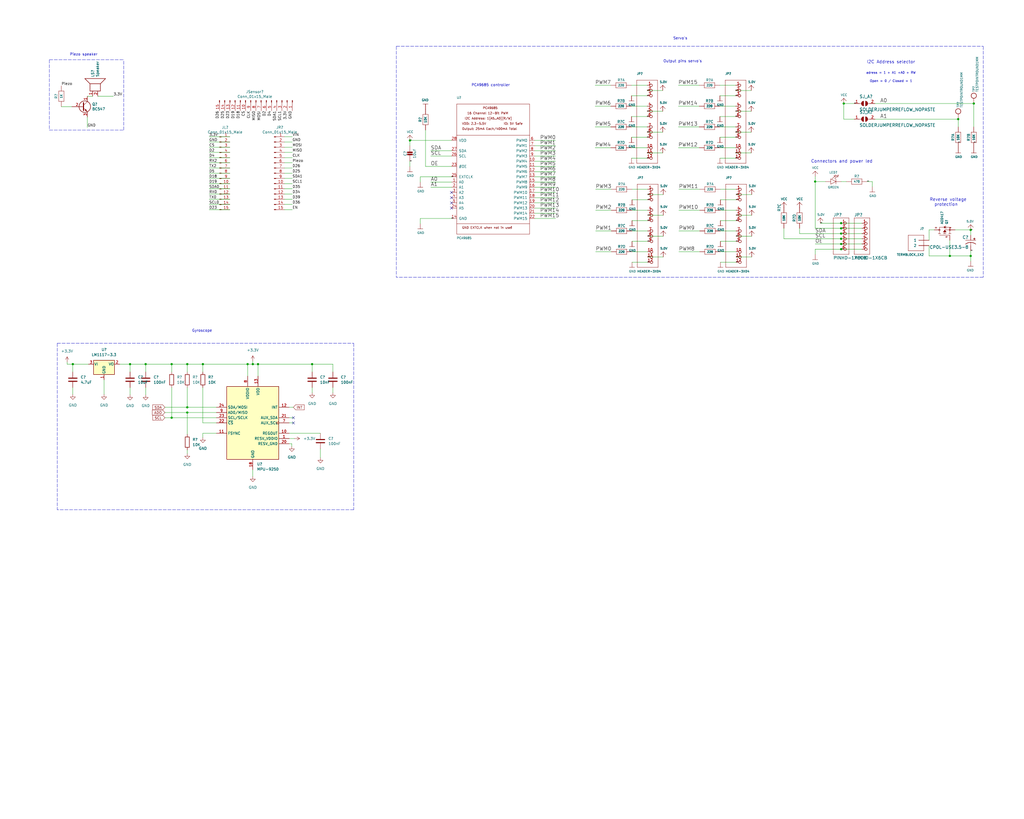
<source format=kicad_sch>
(kicad_sch (version 20211123) (generator eeschema)
  (paper "User" 499.999 399.999)
  (title_block (title "Robonova Upgraded Controller Board") (date "2022-08-11") (rev "V1.0") (comment 1 "Casper R. Tak"))
  (junction (at 71.12 177.8))
  (junction (at 410.718 111.506))
  (junction (at 63.5 177.8))
  (junction (at 411.988 50.546))
  (junction (at 410.718 114.046))
  (junction (at 410.718 108.966))
  (junction (at 463.804 124.968))
  (junction (at 83.82 177.8))
  (junction (at 35.56 177.8))
  (junction (at 475.488 50.546))
  (junction (at 467.868 58.166))
  (junction (at 120.904 177.8))
  (junction (at 200.152 68.58))
  (junction (at 99.06 177.8))
  (junction (at 91.44 201.422))
  (junction (at 410.718 119.126))
  (junction (at 410.718 121.666))
  (junction (at 123.444 177.8))
  (junction (at 398.018 88.646))
  (junction (at 473.964 112.268))
  (junction (at 83.82 203.962))
  (junction (at 152.4 177.8))
  (junction (at 473.964 124.968))
  (junction (at 91.44 198.882))
  (junction (at 410.718 116.586))
  (junction (at 125.984 177.8))
  (junction (at 91.44 177.8))
  (no_connect (at 220.472 99.06))
  (no_connect (at 143.256 203.962))
  (no_connect (at 143.256 206.502))
  (no_connect (at 220.472 101.6))
  (no_connect (at 220.472 96.52))
  (no_connect (at 220.472 93.98))
  (wire (pts (xy 220.472 88.9) (xy 210.312 88.9)))
  (wire (pts (xy 71.12 177.8) (xy 63.5 177.8)))
  (wire (pts (xy 261.112 86.36) (xy 271.272 86.36)))
  (wire (pts (xy 473.964 124.968) (xy 463.804 124.968)))
  (wire (pts (xy 298.45 102.616) (xy 290.83 102.616)))
  (wire (pts (xy 261.112 99.06) (xy 271.272 99.06)))
  (wire (pts (xy 120.904 183.642) (xy 120.904 177.8)))
  (wire (pts (xy 42.672 57.15) (xy 42.672 62.23)))
  (wire (pts (xy 138.938 82.042) (xy 142.748 82.042)))
  (wire (pts (xy 341.376 61.976) (xy 331.216 61.976)))
  (polyline (pts (xy 60.452 63.5) (xy 60.452 29.21)))
  (wire (pts (xy 152.4 177.8) (xy 152.4 181.61)))
  (wire (pts (xy 200.152 68.58) (xy 220.472 68.58)))
  (wire (pts (xy 120.904 177.8) (xy 123.444 177.8)))
  (wire (pts (xy 466.344 112.268) (xy 473.964 112.268)))
  (wire (pts (xy 410.718 119.126) (xy 398.018 119.126)))
  (wire (pts (xy 138.938 84.582) (xy 142.748 84.582)))
  (wire (pts (xy 102.108 102.362) (xy 112.268 102.362)))
  (wire (pts (xy 341.376 72.136) (xy 331.216 72.136)))
  (wire (pts (xy 220.472 81.28) (xy 207.772 81.28)))
  (wire (pts (xy 359.41 97.536) (xy 351.79 97.536)))
  (wire (pts (xy 261.112 71.12) (xy 271.272 71.12)))
  (wire (pts (xy 341.63 112.776) (xy 331.47 112.776)))
  (wire (pts (xy 35.56 189.23) (xy 35.56 192.532)))
  (wire (pts (xy 351.79 112.776) (xy 359.41 112.776)))
  (wire (pts (xy 91.44 201.422) (xy 91.44 212.09)))
  (wire (pts (xy 102.108 84.582) (xy 112.268 84.582)))
  (wire (pts (xy 359.41 125.476) (xy 367.03 125.476)))
  (wire (pts (xy 456.184 112.268) (xy 453.644 112.268)))
  (wire (pts (xy 35.56 181.61) (xy 35.56 177.8)))
  (wire (pts (xy 102.108 76.962) (xy 112.268 76.962)))
  (wire (pts (xy 50.8 185.42) (xy 50.8 192.532)))
  (wire (pts (xy 473.964 124.968) (xy 473.964 127.508)))
  (wire (pts (xy 29.972 52.07) (xy 35.052 52.07)))
  (wire (pts (xy 308.61 112.776) (xy 316.23 112.776)))
  (polyline (pts (xy 480.06 22.606) (xy 480.06 135.382)))
  (wire (pts (xy 138.938 87.122) (xy 142.748 87.122)))
  (polyline (pts (xy 24.13 29.21) (xy 24.13 63.5)))
  (wire (pts (xy 398.018 121.666) (xy 398.018 124.206)))
  (wire (pts (xy 141.224 198.882) (xy 143.256 198.882)))
  (wire (pts (xy 102.108 66.802) (xy 112.268 66.802)))
  (wire (pts (xy 71.12 181.61) (xy 71.12 177.8)))
  (wire (pts (xy 420.878 116.586) (xy 410.718 116.586)))
  (polyline (pts (xy 480.06 135.382) (xy 193.548 135.382)))
  (wire (pts (xy 125.984 177.8) (xy 125.984 183.642)))
  (wire (pts (xy 80.518 198.882) (xy 91.44 198.882)))
  (wire (pts (xy 359.41 128.016) (xy 351.79 128.016)))
  (wire (pts (xy 420.878 121.666) (xy 410.718 121.666)))
  (wire (pts (xy 411.988 58.166) (xy 411.988 50.546)))
  (wire (pts (xy 410.718 116.586) (xy 382.778 116.586)))
  (wire (pts (xy 261.112 76.2) (xy 271.272 76.2)))
  (wire (pts (xy 123.444 176.276) (xy 123.444 177.8)))
  (wire (pts (xy 453.644 112.268) (xy 453.644 117.348)))
  (wire (pts (xy 99.06 189.23) (xy 99.06 206.502)))
  (wire (pts (xy 351.536 41.656) (xy 359.156 41.656)))
  (wire (pts (xy 341.63 102.616) (xy 331.47 102.616)))
  (wire (pts (xy 261.112 93.98) (xy 271.272 93.98)))
  (polyline (pts (xy 172.72 248.92) (xy 27.94 248.92)))
  (wire (pts (xy 351.536 51.816) (xy 359.156 51.816)))
  (wire (pts (xy 138.938 76.962) (xy 142.748 76.962)))
  (polyline (pts (xy 172.72 167.64) (xy 172.72 248.92)))
  (wire (pts (xy 398.018 88.646) (xy 398.018 86.106)))
  (wire (pts (xy 341.376 41.656) (xy 331.216 41.656)))
  (wire (pts (xy 102.108 69.342) (xy 112.268 69.342)))
  (wire (pts (xy 467.868 58.166) (xy 467.868 61.976)))
  (wire (pts (xy 99.06 181.61) (xy 99.06 177.8)))
  (wire (pts (xy 298.196 72.136) (xy 290.576 72.136)))
  (wire (pts (xy 463.804 124.968) (xy 453.644 124.968)))
  (wire (pts (xy 138.938 71.882) (xy 142.748 71.882)))
  (wire (pts (xy 351.79 102.616) (xy 359.41 102.616)))
  (wire (pts (xy 417.068 50.546) (xy 411.988 50.546)))
  (wire (pts (xy 298.196 61.976) (xy 290.576 61.976)))
  (wire (pts (xy 35.56 177.8) (xy 43.18 177.8)))
  (wire (pts (xy 382.778 116.586) (xy 382.778 111.506)))
  (polyline (pts (xy 24.13 63.5) (xy 60.452 63.5)))
  (wire (pts (xy 308.356 51.816) (xy 315.976 51.816)))
  (wire (pts (xy 102.108 71.882) (xy 112.268 71.882)))
  (wire (pts (xy 410.718 88.646) (xy 413.258 88.646)))
  (wire (pts (xy 91.44 198.882) (xy 105.664 198.882)))
  (wire (pts (xy 71.12 189.23) (xy 71.12 192.786)))
  (wire (pts (xy 298.45 122.936) (xy 290.83 122.936)))
  (wire (pts (xy 410.718 114.046) (xy 390.398 114.046)))
  (wire (pts (xy 99.06 206.502) (xy 105.664 206.502)))
  (wire (pts (xy 425.958 88.646) (xy 425.958 91.186)))
  (wire (pts (xy 200.152 68.58) (xy 200.152 71.12)))
  (wire (pts (xy 398.018 111.506) (xy 398.018 88.646)))
  (wire (pts (xy 316.23 97.536) (xy 308.61 97.536)))
  (wire (pts (xy 359.156 64.516) (xy 366.776 64.516)))
  (wire (pts (xy 102.108 74.422) (xy 112.268 74.422)))
  (wire (pts (xy 359.156 46.736) (xy 351.536 46.736)))
  (wire (pts (xy 102.108 87.122) (xy 112.268 87.122)))
  (wire (pts (xy 261.112 101.6) (xy 271.272 101.6)))
  (wire (pts (xy 351.536 61.976) (xy 359.156 61.976)))
  (wire (pts (xy 63.5 189.23) (xy 63.5 192.786)))
  (wire (pts (xy 298.196 41.656) (xy 290.576 41.656)))
  (wire (pts (xy 138.938 92.202) (xy 142.748 92.202)))
  (wire (pts (xy 91.44 181.61) (xy 91.44 177.8)))
  (wire (pts (xy 63.5 177.8) (xy 58.42 177.8)))
  (wire (pts (xy 341.376 51.816) (xy 331.216 51.816)))
  (polyline (pts (xy 24.13 29.21) (xy 60.452 29.21)))
  (wire (pts (xy 427.228 50.546) (xy 475.488 50.546)))
  (wire (pts (xy 359.156 67.056) (xy 351.536 67.056)))
  (wire (pts (xy 420.878 111.506) (xy 410.718 111.506)))
  (wire (pts (xy 420.878 114.046) (xy 410.718 114.046)))
  (wire (pts (xy 141.224 214.122) (xy 143.764 214.122)))
  (wire (pts (xy 475.488 50.546) (xy 475.488 61.976)))
  (wire (pts (xy 427.228 58.166) (xy 467.868 58.166)))
  (wire (pts (xy 138.938 79.502) (xy 142.748 79.502)))
  (wire (pts (xy 220.472 73.66) (xy 210.312 73.66)))
  (wire (pts (xy 91.44 189.23) (xy 91.44 198.882)))
  (wire (pts (xy 298.45 92.456) (xy 290.83 92.456)))
  (wire (pts (xy 308.61 92.456) (xy 316.23 92.456)))
  (wire (pts (xy 83.82 203.962) (xy 80.518 203.962)))
  (polyline (pts (xy 193.548 22.606) (xy 480.06 22.606)))
  (wire (pts (xy 261.112 88.9) (xy 271.272 88.9)))
  (wire (pts (xy 359.41 107.696) (xy 351.79 107.696)))
  (wire (pts (xy 261.112 68.58) (xy 271.272 68.58)))
  (wire (pts (xy 261.112 78.74) (xy 271.272 78.74)))
  (wire (pts (xy 83.82 203.962) (xy 83.82 189.23)))
  (wire (pts (xy 390.398 114.046) (xy 390.398 111.506)))
  (wire (pts (xy 220.472 76.2) (xy 210.312 76.2)))
  (wire (pts (xy 359.41 115.316) (xy 367.03 115.316)))
  (wire (pts (xy 83.82 177.8) (xy 71.12 177.8)))
  (wire (pts (xy 400.558 108.966) (xy 410.718 108.966)))
  (wire (pts (xy 315.976 67.056) (xy 308.356 67.056)))
  (wire (pts (xy 102.108 82.042) (xy 112.268 82.042)))
  (wire (pts (xy 308.61 122.936) (xy 316.23 122.936)))
  (wire (pts (xy 316.23 125.476) (xy 323.85 125.476)))
  (wire (pts (xy 138.938 97.282) (xy 142.748 97.282)))
  (wire (pts (xy 91.44 177.8) (xy 83.82 177.8)))
  (wire (pts (xy 315.976 56.896) (xy 308.356 56.896)))
  (wire (pts (xy 162.56 177.8) (xy 162.56 181.61)))
  (wire (pts (xy 261.112 106.68) (xy 271.272 106.68)))
  (wire (pts (xy 341.63 92.456) (xy 331.47 92.456)))
  (wire (pts (xy 32.766 176.784) (xy 32.766 177.8)))
  (wire (pts (xy 359.156 77.216) (xy 351.536 77.216)))
  (wire (pts (xy 290.576 51.816) (xy 298.196 51.816)))
  (wire (pts (xy 315.976 64.516) (xy 323.596 64.516)))
  (wire (pts (xy 261.112 81.28) (xy 271.272 81.28)))
  (wire (pts (xy 341.63 122.936) (xy 331.47 122.936)))
  (wire (pts (xy 99.06 211.582) (xy 99.06 213.614)))
  (wire (pts (xy 410.718 111.506) (xy 398.018 111.506)))
  (wire (pts (xy 220.472 91.44) (xy 210.312 91.44)))
  (wire (pts (xy 141.224 206.502) (xy 143.256 206.502)))
  (wire (pts (xy 105.664 203.962) (xy 83.82 203.962)))
  (wire (pts (xy 102.108 94.742) (xy 112.268 94.742)))
  (wire (pts (xy 308.356 41.656) (xy 315.976 41.656)))
  (wire (pts (xy 138.938 102.362) (xy 142.748 102.362)))
  (wire (pts (xy 261.112 83.82) (xy 271.272 83.82)))
  (wire (pts (xy 359.156 56.896) (xy 351.536 56.896)))
  (wire (pts (xy 261.112 96.52) (xy 271.272 96.52)))
  (wire (pts (xy 473.964 112.268) (xy 473.964 114.808)))
  (wire (pts (xy 138.938 99.822) (xy 142.748 99.822)))
  (wire (pts (xy 351.79 122.936) (xy 359.41 122.936)))
  (wire (pts (xy 359.41 105.156) (xy 367.03 105.156)))
  (wire (pts (xy 315.976 46.736) (xy 308.356 46.736)))
  (wire (pts (xy 138.938 66.802) (xy 142.748 66.802)))
  (wire (pts (xy 316.23 105.156) (xy 323.85 105.156)))
  (wire (pts (xy 359.156 74.676) (xy 366.776 74.676)))
  (wire (pts (xy 359.41 94.996) (xy 367.03 94.996)))
  (wire (pts (xy 220.472 106.68) (xy 205.232 106.68)))
  (wire (pts (xy 261.112 104.14) (xy 271.272 104.14)))
  (wire (pts (xy 99.06 177.8) (xy 91.44 177.8)))
  (wire (pts (xy 398.018 88.646) (xy 403.098 88.646)))
  (wire (pts (xy 359.156 54.356) (xy 366.776 54.356)))
  (wire (pts (xy 102.108 92.202) (xy 112.268 92.202)))
  (wire (pts (xy 351.79 92.456) (xy 359.41 92.456)))
  (wire (pts (xy 80.518 201.422) (xy 91.44 201.422)))
  (wire (pts (xy 359.41 117.856) (xy 351.79 117.856)))
  (wire (pts (xy 138.938 69.342) (xy 142.748 69.342)))
  (wire (pts (xy 410.718 121.666) (xy 398.018 121.666)))
  (wire (pts (xy 220.472 86.36) (xy 205.232 86.36)))
  (wire (pts (xy 315.976 77.216) (xy 308.356 77.216)))
  (wire (pts (xy 91.44 219.71) (xy 91.44 221.488)))
  (wire (pts (xy 308.61 102.616) (xy 316.23 102.616)))
  (wire (pts (xy 152.4 189.23) (xy 152.4 191.77)))
  (wire (pts (xy 138.938 94.742) (xy 142.748 94.742)))
  (wire (pts (xy 47.752 46.99) (xy 55.372 46.99)))
  (wire (pts (xy 410.718 108.966) (xy 420.878 108.966)))
  (polyline (pts (xy 193.548 22.606) (xy 193.548 135.382)))
  (wire (pts (xy 351.536 72.136) (xy 359.156 72.136)))
  (wire (pts (xy 83.82 181.61) (xy 83.82 177.8)))
  (wire (pts (xy 359.156 44.196) (xy 366.776 44.196)))
  (wire (pts (xy 315.976 74.676) (xy 323.596 74.676)))
  (wire (pts (xy 91.44 201.422) (xy 105.664 201.422)))
  (wire (pts (xy 417.068 58.166) (xy 411.988 58.166)))
  (wire (pts (xy 123.444 177.8) (xy 125.984 177.8)))
  (wire (pts (xy 156.464 219.202) (xy 156.464 223.52)))
  (polyline (pts (xy 27.94 167.64) (xy 172.72 167.64)))
  (wire (pts (xy 463.804 117.348) (xy 463.804 124.968)))
  (wire (pts (xy 142.494 216.662) (xy 142.494 217.932)))
  (wire (pts (xy 298.45 112.776) (xy 290.83 112.776)))
  (wire (pts (xy 261.112 73.66) (xy 271.272 73.66)))
  (wire (pts (xy 102.108 79.502) (xy 112.268 79.502)))
  (wire (pts (xy 316.23 94.996) (xy 323.85 94.996)))
  (wire (pts (xy 141.224 216.662) (xy 142.494 216.662)))
  (wire (pts (xy 102.108 97.282) (xy 112.268 97.282)))
  (wire (pts (xy 205.232 86.36) (xy 205.232 88.9)))
  (wire (pts (xy 152.4 177.8) (xy 162.56 177.8)))
  (wire (pts (xy 123.444 229.362) (xy 123.444 232.664)))
  (wire (pts (xy 141.224 211.582) (xy 156.464 211.582)))
  (wire (pts (xy 316.23 128.016) (xy 308.61 128.016)))
  (wire (pts (xy 308.356 61.976) (xy 315.976 61.976)))
  (wire (pts (xy 200.152 78.74) (xy 200.152 81.28)))
  (wire (pts (xy 316.23 117.856) (xy 308.61 117.856)))
  (wire (pts (xy 473.964 122.428) (xy 473.964 124.968)))
  (wire (pts (xy 32.766 177.8) (xy 35.56 177.8)))
  (wire (pts (xy 99.06 211.582) (xy 105.664 211.582)))
  (wire (pts (xy 45.212 46.99) (xy 42.672 46.99)))
  (wire (pts (xy 207.772 81.28) (xy 207.772 63.5)))
  (wire (pts (xy 125.984 177.8) (xy 152.4 177.8)))
  (wire (pts (xy 99.06 177.8) (xy 120.904 177.8)))
  (wire (pts (xy 102.108 89.662) (xy 112.268 89.662)))
  (wire (pts (xy 308.356 72.136) (xy 315.976 72.136)))
  (wire (pts (xy 316.23 115.316) (xy 323.85 115.316)))
  (wire (pts (xy 141.224 203.962) (xy 143.256 203.962)))
  (wire (pts (xy 102.108 99.822) (xy 112.268 99.822)))
  (wire (pts (xy 205.232 106.68) (xy 205.232 109.22)))
  (wire (pts (xy 261.112 91.44) (xy 271.272 91.44)))
  (wire (pts (xy 138.938 89.662) (xy 142.748 89.662)))
  (wire (pts (xy 315.976 54.356) (xy 323.596 54.356)))
  (wire (pts (xy 162.56 189.23) (xy 162.56 191.77)))
  (wire (pts (xy 420.878 119.126) (xy 410.718 119.126)))
  (wire (pts (xy 138.938 74.422) (xy 142.748 74.422)))
  (wire (pts (xy 315.976 44.196) (xy 323.596 44.196)))
  (polyline (pts (xy 27.94 167.64) (xy 27.94 248.92)))
  (wire (pts (xy 423.418 88.646) (xy 425.958 88.646)))
  (wire (pts (xy 63.5 181.61) (xy 63.5 177.8)))
  (wire (pts (xy 453.644 124.968) (xy 453.644 119.888)))
  (wire (pts (xy 316.23 107.696) (xy 308.61 107.696)))
  (text "Open = 0 / Closed = 1" (at 424.688 40.386 0) (effects (font (size 1.1 1.1)) (justify left bottom)))
  (text "Connectors and power led" (at 395.986 79.756 0) (effects (font (size 1.4986 1.4986)) (justify left bottom)))
  (text "Gyroscope\n" (at 93.726 162.306 0) (effects (font (size 1.27 1.27)) (justify left bottom)))
  (text "PCA9685 controller\n" (at 230.124 42.418 0) (effects (font (size 1.27 1.27)) (justify left bottom)))
  (text "Output pins servo's" (at 323.85 30.734 0) (effects (font (size 1.27 1.27)) (justify left bottom)))
  (text "I2C Address selector" (at 423.164 31.242 0) (effects (font (size 1.4986 1.4986)) (justify left bottom)))
  (text "Piezo speaker" (at 34.036 27.432 0) (effects (font (size 1.27 1.27)) (justify left bottom)))
  (text "Servo's" (at 328.676 19.558 0) (effects (font (size 1.27 1.27)) (justify left bottom)))
  (text "adress = 1 + A1 +A0 + RW" (at 422.91 36.322 0) (effects (font (size 1.1 1.1)) (justify left bottom)))
  (text "Reverse voltage\n  protection" (at 453.898 100.838 0) (effects (font (size 1.4986 1.4986)) (justify left bottom)))
  (label "GND" (at 473.964 122.428 0) (effects (font (size 0.254 0.254))))
  (label "5.0V" (at 359.156 54.356 0) (effects (font (size 0.254 0.254))))
  (label "5.0V" (at 316.23 125.476 0) (effects (font (size 0.254 0.254))))
  (label "D4" (at 132.588 54.102 270))
  (label "PWM7" (at 263.652 86.36 0) (effects (font (size 1.778 1.778))))
  (label "PWM5" (at 263.652 81.28 0) (effects (font (size 1.778 1.778))))
  (label "3.3V" (at 55.372 46.99 0))
  (label "5.0V" (at 359.156 74.676 0) (effects (font (size 0.254 0.254))))
  (label "D25" (at 142.748 84.582 0))
  (label "RX0" (at 102.108 94.742 0))
  (label "TX2" (at 102.108 82.042 0))
  (label "5.0V" (at 359.41 115.316 0) (effects (font (size 0.254 0.254))))
  (label "CLK" (at 142.748 76.962 0))
  (label "PWM9" (at 331.47 112.776 0) (effects (font (size 1.778 1.778))))
  (label "VCC" (at 417.068 50.546 0) (effects (font (size 0.254 0.254))))
  (label "5.0V" (at 359.156 44.196 0) (effects (font (size 0.254 0.254))))
  (label "GND" (at 315.976 56.896 0) (effects (font (size 0.254 0.254))))
  (label "SCL0" (at 102.108 99.822 0))
  (label "Piezo" (at 29.972 41.91 0))
  (label "5.0V" (at 359.41 94.996 0) (effects (font (size 0.254 0.254))))
  (label "GND" (at 316.23 97.536 0) (effects (font (size 0.254 0.254))))
  (label "3.3V" (at 140.208 54.102 270))
  (label "3.3V" (at 102.108 66.802 0))
  (label "GND" (at 475.488 69.596 0) (effects (font (size 0.254 0.254))))
  (label "SCL1" (at 137.668 54.102 270))
  (label "5.0V" (at 315.976 74.676 0) (effects (font (size 0.254 0.254))))
  (label "PWM0" (at 263.652 68.58 0) (effects (font (size 1.778 1.778))))
  (label "PWM2" (at 290.83 102.616 0) (effects (font (size 1.778 1.778))))
  (label "GND" (at 316.23 128.016 0) (effects (font (size 0.254 0.254))))
  (label "D4" (at 102.108 76.962 0))
  (label "PWM8" (at 263.652 88.9 0) (effects (font (size 1.778 1.778))))
  (label "OE" (at 398.018 119.126 0) (effects (font (size 1.778 1.778))))
  (label "GND" (at 220.472 86.36 0) (effects (font (size 0.254 0.254))))
  (label "GND" (at 359.41 97.536 0) (effects (font (size 0.254 0.254))))
  (label "D23" (at 112.268 54.102 270))
  (label "GND" (at 359.41 128.016 0) (effects (font (size 0.254 0.254))))
  (label "PWM1" (at 263.652 71.12 0) (effects (font (size 1.778 1.778))))
  (label "5.0V" (at 400.558 108.966 0) (effects (font (size 0.254 0.254))))
  (label "D18" (at 117.348 54.102 270))
  (label "MOSI" (at 142.748 71.882 0))
  (label "GND" (at 359.41 117.856 0) (effects (font (size 0.254 0.254))))
  (label "A1" (at 210.312 91.44 0) (effects (font (size 1.778 1.778))))
  (label "PWM14" (at 263.652 104.14 0) (effects (font (size 1.778 1.778))))
  (label "SDA0" (at 102.108 92.202 0))
  (label "SCL" (at 398.018 116.586 0) (effects (font (size 1.778 1.778))))
  (label "D23" (at 102.108 102.362 0))
  (label "SDA" (at 210.312 73.66 0) (effects (font (size 1.778 1.778))))
  (label "PWM15" (at 331.216 41.656 0) (effects (font (size 1.778 1.778))))
  (label "D19" (at 102.108 89.662 0))
  (label "5.0V" (at 316.23 115.316 0) (effects (font (size 0.254 0.254))))
  (label "GND" (at 316.23 107.696 0) (effects (font (size 0.254 0.254))))
  (label "PWM15" (at 263.652 106.68 0) (effects (font (size 1.778 1.778))))
  (label "D2" (at 102.108 74.422 0))
  (label "CS" (at 119.888 54.102 270))
  (label "MISO" (at 124.968 54.102 270))
  (label "D18" (at 102.108 87.122 0))
  (label "PWM0" (at 290.83 122.936 0) (effects (font (size 1.778 1.778))))
  (label "D26" (at 107.188 54.102 270))
  (label "GND" (at 359.156 77.216 0) (effects (font (size 0.254 0.254))))
  (label "Piezo" (at 142.748 79.502 0))
  (label "PWM4" (at 290.576 72.136 0) (effects (font (size 1.778 1.778))))
  (label "PWM11" (at 331.47 92.456 0) (effects (font (size 1.778 1.778))))
  (label "A1" (at 429.768 58.166 0) (effects (font (size 1.778 1.778))))
  (label "5.0V" (at 316.23 105.156 0) (effects (font (size 0.254 0.254))))
  (label "PWM6" (at 290.576 51.816 0) (effects (font (size 1.778 1.778))))
  (label "D5" (at 102.108 84.582 0))
  (label "D19" (at 114.808 54.102 270))
  (label "GND" (at 142.748 54.102 270))
  (label "D26" (at 142.748 82.042 0))
  (label "SCL" (at 210.312 76.2 0) (effects (font (size 1.778 1.778))))
  (label "PWM10" (at 331.47 102.616 0) (effects (font (size 1.778 1.778))))
  (label "D36" (at 142.748 99.822 0))
  (label "VCC" (at 200.152 68.58 0) (effects (font (size 0.254 0.254))))
  (label "PWM11" (at 263.652 96.52 0) (effects (font (size 1.778 1.778))))
  (label "VIN" (at 142.748 66.802 0))
  (label "PWM13" (at 331.216 61.976 0) (effects (font (size 1.778 1.778))))
  (label "GND" (at 423.418 88.646 0) (effects (font (size 0.254 0.254))))
  (label "D25" (at 109.728 54.102 270))
  (label "RX2" (at 102.108 79.502 0))
  (label "GND" (at 359.156 56.896 0) (effects (font (size 0.254 0.254))))
  (label "EN" (at 142.748 102.362 0))
  (label "A0" (at 429.768 50.546 0) (effects (font (size 1.778 1.778))))
  (label "D34" (at 142.748 94.742 0))
  (label "PWM6" (at 263.652 83.82 0) (effects (font (size 1.778 1.778))))
  (label "GND" (at 410.718 121.666 0) (effects (font (size 0.254 0.254))))
  (label "PWM9" (at 263.652 91.44 0) (effects (font (size 1.778 1.778))))
  (label "GND" (at 359.156 67.056 0) (effects (font (size 0.254 0.254))))
  (label "PWM4" (at 263.652 78.74 0) (effects (font (size 1.778 1.778))))
  (label "GND" (at 359.156 46.736 0) (effects (font (size 0.254 0.254))))
  (label "SDA1" (at 142.748 87.122 0))
  (label "SCL1" (at 142.748 89.662 0))
  (label "PWM5" (at 290.576 61.976 0) (effects (font (size 1.778 1.778))))
  (label "PWM14" (at 331.216 51.816 0) (effects (font (size 1.778 1.778))))
  (label "5.0V" (at 316.23 94.996 0) (effects (font (size 0.254 0.254))))
  (label "VCC" (at 410.718 111.506 0) (effects (font (size 0.254 0.254))))
  (label "5.0V" (at 359.41 105.156 0) (effects (font (size 0.254 0.254))))
  (label "PWM7" (at 290.576 41.656 0) (effects (font (size 1.778 1.778))))
  (label "PWM2" (at 263.652 73.66 0) (effects (font (size 1.778 1.778))))
  (label "TX0" (at 102.108 97.282 0))
  (label "5.0V" (at 359.41 125.476 0) (effects (font (size 0.254 0.254))))
  (label "PWM12" (at 331.216 72.136 0) (effects (font (size 1.778 1.778))))
  (label "GND" (at 102.108 69.342 0))
  (label "GND" (at 42.672 62.23 0))
  (label "CS" (at 102.108 71.882 0))
  (label "CLK" (at 122.428 54.102 270))
  (label "PWM1" (at 290.83 112.776 0) (effects (font (size 1.778 1.778))))
  (label "MISO" (at 142.748 74.422 0))
  (label "GND" (at 316.23 117.856 0) (effects (font (size 0.254 0.254))))
  (label "5.0V" (at 473.964 112.268 0) (effects (font (size 0.254 0.254))))
  (label "GND" (at 315.976 77.216 0) (effects (font (size 0.254 0.254))))
  (label "SDA1" (at 135.128 54.102 270))
  (label "GND" (at 200.152 78.74 0) (effects (font (size 0.254 0.254))))
  (label "PWM8" (at 331.47 122.936 0) (effects (font (size 1.778 1.778))))
  (label "GND" (at 315.976 67.056 0) (effects (font (size 0.254 0.254))))
  (label "5.0V" (at 315.976 54.356 0) (effects (font (size 0.254 0.254))))
  (label "GND" (at 359.41 107.696 0) (effects (font (size 0.254 0.254))))
  (label "OE" (at 210.312 81.28 0) (effects (font (size 1.778 1.778))))
  (label "A0" (at 210.312 88.9 0) (effects (font (size 1.778 1.778))))
  (label "D2" (at 130.048 54.102 270))
  (label "GND" (at 220.472 106.68 0) (effects (font (size 0.254 0.254))))
  (label "GND" (at 467.868 69.596 0) (effects (font (size 0.254 0.254))))
  (label "GND" (at 142.748 69.342 0))
  (label "D39" (at 142.748 97.282 0))
  (label "MOSI" (at 127.508 54.102 270))
  (label "GND" (at 315.976 46.736 0) (effects (font (size 0.254 0.254))))
  (label "5.0V" (at 315.976 44.196 0) (effects (font (size 0.254 0.254))))
  (label "D35" (at 142.748 92.202 0))
  (label "PWM13" (at 263.652 101.6 0) (effects (font (size 1.778 1.778))))
  (label "PWM3" (at 290.83 92.456 0) (effects (font (size 1.778 1.778))))
  (label "5.0V" (at 359.156 64.516 0) (effects (font (size 0.254 0.254))))
  (label "PWM12" (at 263.652 99.06 0) (effects (font (size 1.778 1.778))))
  (label "PWM3" (at 263.652 76.2 0) (effects (font (size 1.778 1.778))))
  (label "SDA" (at 398.018 114.046 0) (effects (font (size 1.778 1.778))))
  (label "5.0V" (at 315.976 64.516 0) (effects (font (size 0.254 0.254))))
  (label "PWM10" (at 263.652 93.98 0) (effects (font (size 1.778 1.778))))
  (global_label "INT" (shape input) (at 143.256 198.882 0) (property "Intersheet References" "${INTERSHEET_REFS}" (effects hide)))
  (global_label "SDA" (shape input) (at 80.518 198.882 180) (property "Intersheet References" "${INTERSHEET_REFS}" (effects hide)))
  (global_label "ADO" (shape input) (at 80.518 201.422 180) (property "Intersheet References" "${INTERSHEET_REFS}" (effects hide)))
  (global_label "SCL" (shape input) (at 80.518 203.962 180) (property "Intersheet References" "${INTERSHEET_REFS}" (effects hide)))
  (symbol (lib_id "Adafruit-PCA9685-rev-C-rescue:GND-Adafruit_PCA9685_rev_C-eagle-import") (at 351.79 120.396 0) (unit 1)
    (property "Reference" "#U$?" (effects hide))
    (property "Value" "GND" (at 350.266 122.936 0) (effects (font (size 1.0668 1.0668)) (justify left bottom)))
  )
  (symbol (lib_id "Adafruit-PCA9685-rev-C-rescue:GND-Adafruit_PCA9685_rev_C-eagle-import") (at 200.152 83.82 0) (unit 1)
    (property "Reference" "#U$?" (effects hide))
    (property "Value" "GND" (at 198.628 86.36 0) (effects (font (size 1.0668 1.0668)) (justify left bottom)))
  )
  (symbol (lib_id "Adafruit-PCA9685-rev-C-rescue:RESISTOR_4PACK-Adafruit_PCA9685_rev_C-eagle-import") (at 475.488 67.056 90) (unit 2)
    (property "Reference" "R?" (at 472.948 67.056 0))
    (property "Value" "10K" (at 475.488 67.056 0) (effects (font (size 1.016 1.016) bold)))
    (property "Footprint" "Adafruit PCA9685 rev C:RESPACK_4X0603" (effects hide))
  )
  (symbol (lib_id "Adafruit-PCA9685-rev-C-rescue:RESISTOR0805_NOOUTLINE-Adafruit_PCA9685_rev_C-eagle-import") (at 207.772 58.42 90) (unit 1)
    (property "Reference" "R?" (at 205.232 58.42 0))
    (property "Value" "10K" (at 207.772 58.42 0) (effects (font (size 1.016 1.016) bold)))
    (property "Footprint" "Adafruit PCA9685 rev C:0805-NO" (effects hide))
  )
  (symbol (lib_id "power:+3.3V") (at 32.766 176.784 0) (unit 1)
    (property "Reference" "#PWR?" (effects hide))
    (property "Value" "+3.3V" (at 32.766 171.45 0))
  )
  (symbol (lib_id "Adafruit-PCA9685-rev-C-rescue:RESISTOR_4PACK-Adafruit_PCA9685_rev_C-eagle-import") (at 346.71 112.776 0) (unit 3)
    (property "Reference" "R?" (at 346.71 110.236 0))
    (property "Value" "220" (at 346.71 112.776 0) (effects (font (size 1.016 1.016) bold)))
    (property "Footprint" "Adafruit PCA9685 rev C:RESPACK_4X0603" (effects hide))
  )
  (symbol (lib_id "Adafruit-PCA9685-rev-C-rescue:RESISTOR0805_NOOUTLINE-Adafruit_PCA9685_rev_C-eagle-import") (at 29.972 46.99 90) (unit 1)
    (property "Reference" "R?" (at 27.432 46.99 0))
    (property "Value" "1K" (at 29.972 46.99 0) (effects (font (size 1.016 1.016) bold)))
    (property "Footprint" "Adafruit PCA9685 rev C:0805-NO" (effects hide))
  )
  (symbol (lib_id "Adafruit-PCA9685-rev-C-rescue:5.0V-Adafruit_PCA9685_rev_C-eagle-import") (at 323.85 112.776 0) (unit 1)
    (property "Reference" "#U$?" (effects hide))
    (property "Value" "5.0V" (at 322.326 111.76 0) (effects (font (size 1.0668 1.0668)) (justify left bottom)))
  )
  (symbol (lib_id "Adafruit-PCA9685-rev-C-rescue:HEADER-3X04-Adafruit_PCA9685_rev_C-eagle-import") (at 359.41 110.236 0) (unit 1)
    (property "Reference" "JP?" (at 354.33 87.376 0) (effects (font (size 1.0668 1.0668)) (justify left bottom)))
    (property "Value" "HEADER-3X04" (at 354.33 133.096 0) (effects (font (size 1.0668 1.0668)) (justify left bottom)))
    (property "Footprint" "Adafruit PCA9685 rev C:3X04" (effects hide))
  )
  (symbol (lib_id "Adafruit-PCA9685-rev-C-rescue:5.0V-Adafruit_PCA9685_rev_C-eagle-import") (at 323.596 72.136 0) (unit 1)
    (property "Reference" "#U$?" (effects hide))
    (property "Value" "5.0V" (at 322.072 71.12 0) (effects (font (size 1.0668 1.0668)) (justify left bottom)))
  )
  (symbol (lib_id "Adafruit-PCA9685-rev-C-rescue:VCC-Adafruit_PCA9685_rev_C-eagle-import") (at 390.398 98.806 0) (unit 1)
    (property "Reference" "#P+?" (effects hide))
    (property "Value" "VCC" (at 388.874 97.79 0) (effects (font (size 1.0668 1.0668)) (justify left bottom)))
  )
  (symbol (lib_id "power:GND") (at 156.464 223.52 0) (unit 1)
    (property "Reference" "#PWR?" (effects hide))
    (property "Value" "GND" (at 156.464 228.854 0))
  )
  (symbol (lib_id "Adafruit-PCA9685-rev-C-rescue:5.0V-Adafruit_PCA9685_rev_C-eagle-import") (at 473.964 109.728 0) (mirror y) (unit 1)
    (property "Reference" "#U$?" (effects hide))
    (property "Value" "5.0V" (at 475.488 108.712 0) (effects (font (size 1.0668 1.0668)) (justify left bottom)))
  )
  (symbol (lib_id "Adafruit-PCA9685-rev-C-rescue:RESISTOR_4PACK-Adafruit_PCA9685_rev_C-eagle-import") (at 346.456 51.816 0) (unit 2)
    (property "Reference" "R?" (at 346.456 49.276 0))
    (property "Value" "220" (at 346.456 51.816 0) (effects (font (size 1.016 1.016) bold)))
    (property "Footprint" "Adafruit PCA9685 rev C:RESPACK_4X0603" (effects hide))
  )
  (symbol (lib_id "Adafruit-PCA9685-rev-C-rescue:5.0V-Adafruit_PCA9685_rev_C-eagle-import") (at 323.596 41.656 0) (unit 1)
    (property "Reference" "#U$?" (effects hide))
    (property "Value" "5.0V" (at 322.072 40.64 0) (effects (font (size 1.0668 1.0668)) (justify left bottom)))
  )
  (symbol (lib_id "Adafruit-PCA9685-rev-C-rescue:5.0V-Adafruit_PCA9685_rev_C-eagle-import") (at 366.776 72.136 0) (unit 1)
    (property "Reference" "#U$?" (effects hide))
    (property "Value" "5.0V" (at 365.252 71.12 0) (effects (font (size 1.0668 1.0668)) (justify left bottom)))
  )
  (symbol (lib_id "Adafruit-PCA9685-rev-C-rescue:GND-Adafruit_PCA9685_rev_C-eagle-import") (at 308.356 69.596 0) (unit 1)
    (property "Reference" "#U$?" (effects hide))
    (property "Value" "GND" (at 306.832 72.136 0) (effects (font (size 1.0668 1.0668)) (justify left bottom)))
  )
  (symbol (lib_id "Adafruit-PCA9685-rev-C-rescue:PINHD-1X6CB-Adafruit_PCA9685_rev_C-eagle-import") (at 413.258 116.586 0) (unit 1)
    (property "Reference" "JP?" (at 406.908 105.791 0) (effects (font (size 1.4986 1.4986)) (justify left bottom)))
    (property "Value" "PINHD-1X6CB" (at 406.908 126.746 0) (effects (font (size 1.4986 1.4986)) (justify left bottom)))
    (property "Footprint" "Adafruit PCA9685 rev C:1X06-CLEANBIG" (effects hide))
  )
  (symbol (lib_id "Adafruit-PCA9685-rev-C-rescue:GND-Adafruit_PCA9685_rev_C-eagle-import") (at 308.61 130.556 0) (unit 1)
    (property "Reference" "#U$?" (effects hide))
    (property "Value" "GND" (at 307.086 133.096 0) (effects (font (size 1.0668 1.0668)) (justify left bottom)))
  )
  (symbol (lib_id "Device:R") (at 83.82 185.42 0) (unit 1)
    (property "Reference" "R?" (at 86.36 184.1499 0) (effects (justify left)))
    (property "Value" "10K" (at 86.36 186.6899 0) (effects (justify left)))
  )
  (symbol (lib_id "power:+3.3V") (at 143.764 214.122 270) (unit 1)
    (property "Reference" "#PWR?" (effects hide))
    (property "Value" "+3.3V" (at 148.082 214.1219 90) (effects (justify left)))
  )
  (symbol (lib_id "Adafruit-PCA9685-rev-C-rescue:MOSFET-PTO252-Adafruit_PCA9685_rev_C-eagle-import") (at 461.264 112.268 270) (mirror x) (unit 1)
    (property "Reference" "Q?" (at 461.645 109.474 0) (effects (font (size 1.0668 1.0668)) (justify left bottom)))
    (property "Value" "AOD417" (at 459.359 109.474 0) (effects (font (size 1.0668 1.0668)) (justify left bottom)))
    (property "Footprint" "Adafruit PCA9685 rev C:TO252" (effects hide))
  )
  (symbol (lib_id "power:GND") (at 63.5 192.786 0) (unit 1)
    (property "Reference" "#PWR?" (effects hide))
    (property "Value" "GND" (at 63.5 198.12 0))
  )
  (symbol (lib_id "Adafruit-PCA9685-rev-C-rescue:5.0V-Adafruit_PCA9685_rev_C-eagle-import") (at 323.596 61.976 0) (unit 1)
    (property "Reference" "#U$?" (effects hide))
    (property "Value" "5.0V" (at 322.072 60.96 0) (effects (font (size 1.0668 1.0668)) (justify left bottom)))
  )
  (symbol (lib_id "Adafruit-PCA9685-rev-C-rescue:GND-Adafruit_PCA9685_rev_C-eagle-import") (at 308.61 100.076 0) (unit 1)
    (property "Reference" "#U$?" (effects hide))
    (property "Value" "GND" (at 307.086 102.616 0) (effects (font (size 1.0668 1.0668)) (justify left bottom)))
  )
  (symbol (lib_id "Connector:Conn_01x15_Male") (at 133.858 84.582 0) (unit 1)
    (property "Reference" "JR?" (at 136.6012 62.2046 0))
    (property "Value" "Conn_01x15_Male" (at 136.6012 64.516 0))
    (property "Footprint" "Connector_PinHeader_2.54mm:PinHeader_1x15_P2.54mm_Vertical" (effects hide))
  )
  (symbol (lib_id "Device:C") (at 162.56 185.42 0) (unit 1)
    (property "Reference" "C?" (at 166.37 184.1499 0) (effects (justify left)))
    (property "Value" "100nF" (at 166.37 186.6899 0) (effects (justify left)))
  )
  (symbol (lib_id "Adafruit-PCA9685-rev-C-rescue:RESISTOR_4PACK-Adafruit_PCA9685_rev_C-eagle-import") (at 303.53 122.936 0) (unit 4)
    (property "Reference" "R?" (at 303.53 120.396 0))
    (property "Value" "220" (at 303.53 122.936 0) (effects (font (size 1.016 1.016) bold)))
    (property "Footprint" "Adafruit PCA9685 rev C:RESPACK_4X0603" (effects hide))
  )
  (symbol (lib_id "Adafruit-PCA9685-rev-C-rescue:5.0V-Adafruit_PCA9685_rev_C-eagle-import") (at 366.776 51.816 0) (unit 1)
    (property "Reference" "#U$?" (effects hide))
    (property "Value" "5.0V" (at 365.252 50.8 0) (effects (font (size 1.0668 1.0668)) (justify left bottom)))
  )
  (symbol (lib_id "Device:Speaker") (at 45.212 41.91 90) (unit 1)
    (property "Reference" "LS?" (at 45.3136 37.592 0) (effects (justify left)))
    (property "Value" "Speaker" (at 47.625 37.592 0) (effects (justify left)))
    (property "Footprint" "Capacitor_THT:CP_Radial_D12.5mm_P7.50mm" (effects hide))
  )
  (symbol (lib_id "Adafruit-PCA9685-rev-C-rescue:VCC-Adafruit_PCA9685_rev_C-eagle-import") (at 382.778 98.806 0) (unit 1)
    (property "Reference" "#P+?" (effects hide))
    (property "Value" "VCC" (at 381.254 97.79 0) (effects (font (size 1.0668 1.0668)) (justify left bottom)))
  )
  (symbol (lib_id "Connector:Conn_01x15_Male") (at 124.968 49.022 270) (unit 1)
    (property "Reference" "JSensor?" (at 124.4092 44.831 90))
    (property "Value" "Conn_01x15_Male" (at 124.4092 47.1424 90))
    (property "Footprint" "Connector_PinHeader_2.54mm:PinHeader_1x15_P2.54mm_Vertical" (effects hide))
  )
  (symbol (lib_id "Adafruit-PCA9685-rev-C-rescue:GND-Adafruit_PCA9685_rev_C-eagle-import") (at 205.232 91.44 0) (unit 1)
    (property "Reference" "#U$?" (effects hide))
    (property "Value" "GND" (at 203.708 93.98 0) (effects (font (size 1.0668 1.0668)) (justify left bottom)))
  )
  (symbol (lib_id "Adafruit-PCA9685-rev-C-rescue:RESISTOR_0805MP-Adafruit_PCA9685_rev_C-eagle-import") (at 418.338 88.646 0) (unit 1)
    (property "Reference" "R?" (at 418.338 86.106 0))
    (property "Value" "470" (at 418.338 88.646 0) (effects (font (size 1.016 1.016) bold)))
    (property "Footprint" "Adafruit PCA9685 rev C:_0805MP" (effects hide))
  )
  (symbol (lib_id "power:GND") (at 35.56 192.532 0) (unit 1)
    (property "Reference" "#PWR?" (effects hide))
    (property "Value" "GND" (at 35.56 197.866 0))
  )
  (symbol (lib_id "power:GND") (at 71.12 192.786 0) (unit 1)
    (property "Reference" "#PWR?" (effects hide))
    (property "Value" "GND" (at 71.12 198.12 0))
  )
  (symbol (lib_id "Adafruit-PCA9685-rev-C-rescue:GND-Adafruit_PCA9685_rev_C-eagle-import") (at 351.79 110.236 0) (unit 1)
    (property "Reference" "#U$?" (effects hide))
    (property "Value" "GND" (at 350.266 112.776 0) (effects (font (size 1.0668 1.0668)) (justify left bottom)))
  )
  (symbol (lib_id "Adafruit-PCA9685-rev-C-rescue:VCC-Adafruit_PCA9685_rev_C-eagle-import") (at 411.988 48.006 0) (unit 1)
    (property "Reference" "#P+?" (effects hide))
    (property "Value" "VCC" (at 410.464 46.99 0) (effects (font (size 1.0668 1.0668)) (justify left bottom)))
  )
  (symbol (lib_id "power:GND") (at 91.44 221.488 0) (unit 1)
    (property "Reference" "#PWR?" (effects hide))
    (property "Value" "GND" (at 91.44 226.822 0))
  )
  (symbol (lib_id "power:+3.3V") (at 123.444 176.276 0) (unit 1)
    (property "Reference" "#PWR?" (effects hide))
    (property "Value" "+3.3V" (at 123.444 170.942 0))
  )
  (symbol (lib_id "Adafruit-PCA9685-rev-C-rescue:5.0V-Adafruit_PCA9685_rev_C-eagle-import") (at 323.85 92.456 0) (unit 1)
    (property "Reference" "#U$?" (effects hide))
    (property "Value" "5.0V" (at 322.326 91.44 0) (effects (font (size 1.0668 1.0668)) (justify left bottom)))
  )
  (symbol (lib_id "power:GND") (at 142.494 217.932 0) (unit 1)
    (property "Reference" "#PWR?" (effects hide))
    (property "Value" "GND" (at 142.494 223.266 0))
  )
  (symbol (lib_id "Adafruit-PCA9685-rev-C-rescue:RESISTOR_4PACK-Adafruit_PCA9685_rev_C-eagle-import") (at 303.276 61.976 0) (unit 3)
    (property "Reference" "R?" (at 303.276 59.436 0))
    (property "Value" "220" (at 303.276 61.976 0) (effects (font (size 1.016 1.016) bold)))
    (property "Footprint" "Adafruit PCA9685 rev C:RESPACK_4X0603" (effects hide))
  )
  (symbol (lib_id "Adafruit-PCA9685-rev-C-rescue:PCA9685-Adafruit_PCA9685_rev_C-eagle-import") (at 240.792 83.82 0) (unit 1)
    (property "Reference" "U?" (at 223.012 48.26 0) (effects (font (size 1.0668 1.0668)) (justify left bottom)))
    (property "Value" "PCA9685" (at 223.012 116.84 0) (effects (font (size 1.0668 1.0668)) (justify left bottom)))
    (property "Footprint" "Adafruit PCA9685 rev C:TSSOP28" (effects hide))
  )
  (symbol (lib_id "Regulator_Linear:LM1117-3.3") (at 50.8 177.8 0) (unit 1)
    (property "Reference" "U?" (at 50.8 170.688 0))
    (property "Value" "LM1117-3.3" (at 50.8 173.228 0))
    (property "Datasheet" "http://www.ti.com/lit/ds/symlink/lm1117.pdf" (effects hide))
  )
  (symbol (lib_id "Adafruit-PCA9685-rev-C-rescue:GND-Adafruit_PCA9685_rev_C-eagle-import") (at 425.958 93.726 0) (unit 1)
    (property "Reference" "#U$?" (effects hide))
    (property "Value" "GND" (at 424.434 96.266 0) (effects (font (size 1.0668 1.0668)) (justify left bottom)))
  )
  (symbol (lib_id "Adafruit-PCA9685-rev-C-rescue:GND-Adafruit_PCA9685_rev_C-eagle-import") (at 351.79 100.076 0) (unit 1)
    (property "Reference" "#U$?" (effects hide))
    (property "Value" "GND" (at 350.266 102.616 0) (effects (font (size 1.0668 1.0668)) (justify left bottom)))
  )
  (symbol (lib_id "Adafruit-PCA9685-rev-C-rescue:PINHD-1X6CB-Adafruit_PCA9685_rev_C-eagle-import") (at 423.418 116.586 0) (unit 1)
    (property "Reference" "JP?" (at 417.068 105.791 0) (effects (font (size 1.4986 1.4986)) (justify left bottom)))
    (property "Value" "PINHD-1X6CB" (at 417.068 126.746 0) (effects (font (size 1.4986 1.4986)) (justify left bottom)))
    (property "Footprint" "Adafruit PCA9685 rev C:1X06-CLEANBIG" (effects hide))
  )
  (symbol (lib_id "Adafruit-PCA9685-rev-C-rescue:GND-Adafruit_PCA9685_rev_C-eagle-import") (at 308.356 59.436 0) (unit 1)
    (property "Reference" "#U$?" (effects hide))
    (property "Value" "GND" (at 306.832 61.976 0) (effects (font (size 1.0668 1.0668)) (justify left bottom)))
  )
  (symbol (lib_id "Adafruit-PCA9685-rev-C-rescue:RESISTOR_4PACK-Adafruit_PCA9685_rev_C-eagle-import") (at 467.868 67.056 90) (unit 1)
    (property "Reference" "R?" (at 465.328 67.056 0))
    (property "Value" "10K" (at 467.868 67.056 0) (effects (font (size 1.016 1.016) bold)))
    (property "Footprint" "Adafruit PCA9685 rev C:RESPACK_4X0603" (effects hide))
  )
  (symbol (lib_id "Adafruit-PCA9685-rev-C-rescue:TESTPOINTROUND1MM-Adafruit_PCA9685_rev_C-eagle-import") (at 475.488 50.546 0) (unit 1)
    (property "Reference" "TP?" (at 475.488 44.958 90) (effects (font (size 1.0668 1.0668)) (justify left)))
    (property "Value" "TESTPOINTROUND1MM" (at 477.139 44.958 90) (effects (font (size 1.0668 1.0668)) (justify left)))
    (property "Footprint" "Adafruit PCA9685 rev C:TESTPOINT_ROUND_1MM" (effects hide))
  )
  (symbol (lib_id "Device:C") (at 63.5 185.42 0) (unit 1)
    (property "Reference" "C?" (at 67.31 184.1499 0) (effects (justify left)))
    (property "Value" "10uF" (at 67.31 186.6899 0) (effects (justify left)))
  )
  (symbol (lib_id "power:GND") (at 99.06 213.614 0) (unit 1)
    (property "Reference" "#PWR?" (effects hide))
    (property "Value" "GND" (at 99.06 218.948 0))
  )
  (symbol (lib_id "Device:C") (at 71.12 185.42 0) (unit 1)
    (property "Reference" "C?" (at 74.93 184.1499 0) (effects (justify left)))
    (property "Value" "100nF" (at 74.93 186.6899 0) (effects (justify left)))
  )
  (symbol (lib_id "Adafruit-PCA9685-rev-C-rescue:RESISTOR_4PACK-Adafruit_PCA9685_rev_C-eagle-import") (at 382.778 106.426 90) (unit 3)
    (property "Reference" "R?" (at 380.492 101.346 0))
    (property "Value" "10K" (at 382.778 106.426 0) (effects (font (size 1.016 1.016) bold)))
    (property "Footprint" "Adafruit PCA9685 rev C:RESPACK_4X0603" (effects hide))
  )
  (symbol (lib_id "Adafruit-PCA9685-rev-C-rescue:5.0V-Adafruit_PCA9685_rev_C-eagle-import") (at 323.85 102.616 0) (unit 1)
    (property "Reference" "#U$?" (effects hide))
    (property "Value" "5.0V" (at 322.326 101.6 0) (effects (font (size 1.0668 1.0668)) (justify left bottom)))
  )
  (symbol (lib_id "Adafruit-PCA9685-rev-C-rescue:GND-Adafruit_PCA9685_rev_C-eagle-import") (at 351.79 130.556 0) (unit 1)
    (property "Reference" "#U$?" (effects hide))
    (property "Value" "GND" (at 350.266 133.096 0) (effects (font (size 1.0668 1.0668)) (justify left bottom)))
  )
  (symbol (lib_id "Device:C") (at 156.464 215.392 0) (unit 1)
    (property "Reference" "C?" (at 160.274 214.1219 0) (effects (justify left)))
    (property "Value" "100nF" (at 160.274 216.6619 0) (effects (justify left)))
  )
  (symbol (lib_id "Transistor_BJT:BC547") (at 40.132 52.07 0) (unit 1)
    (property "Reference" "Q?" (at 44.9834 50.9016 0) (effects (justify left)))
    (property "Value" "BC547" (at 44.9834 53.213 0) (effects (justify left)))
    (property "Footprint" "Package_TO_SOT_THT:TO-92_Inline" (effects hide))
    (property "Datasheet" "https://www.onsemi.com/pub/Collateral/BC550-D.pdf" (effects hide))
  )
  (symbol (lib_id "Adafruit-PCA9685-rev-C-rescue:GND-Adafruit_PCA9685_rev_C-eagle-import") (at 475.488 74.676 0) (unit 1)
    (property "Reference" "#U$?" (effects hide))
    (property "Value" "GND" (at 473.964 77.216 0) (effects (font (size 1.0668 1.0668)) (justify left bottom)))
  )
  (symbol (lib_id "Adafruit-PCA9685-rev-C-rescue:TESTPOINTROUND1MM-Adafruit_PCA9685_rev_C-eagle-import") (at 467.868 58.166 0) (unit 1)
    (property "Reference" "TP?" (at 467.868 52.578 90) (effects (font (size 1.0668 1.0668)) (justify left)))
    (property "Value" "TESTPOINTROUND1MM" (at 469.519 52.578 90) (effects (font (size 1.0668 1.0668)) (justify left)))
    (property "Footprint" "Adafruit PCA9685 rev C:TESTPOINT_ROUND_1MM" (effects hide))
  )
  (symbol (lib_id "Adafruit-PCA9685-rev-C-rescue:SOLDERJUMPERREFLOW_NOPASTE-Adafruit_PCA9685_rev_C-eagle-import") (at 422.148 58.166 0) (unit 1)
    (property "Reference" "SJ_A?" (at 419.608 55.626 0) (effects (font (size 1.4986 1.4986)) (justify left bottom)))
    (property "Value" "SOLDERJUMPERREFLOW_NOPASTE" (at 419.608 61.976 0) (effects (font (size 1.4986 1.4986)) (justify left bottom)))
    (property "Footprint" "Adafruit PCA9685 rev C:SOLDERJUMPER_REFLOW_NOPASTE" (effects hide))
  )
  (symbol (lib_id "Adafruit-PCA9685-rev-C-rescue:GND-Adafruit_PCA9685_rev_C-eagle-import") (at 467.868 74.676 0) (unit 1)
    (property "Reference" "#U$?" (effects hide))
    (property "Value" "GND" (at 466.344 77.216 0) (effects (font (size 1.0668 1.0668)) (justify left bottom)))
  )
  (symbol (lib_id "Adafruit-PCA9685-rev-C-rescue:5.0V-Adafruit_PCA9685_rev_C-eagle-import") (at 366.776 41.656 0) (unit 1)
    (property "Reference" "#U$?" (effects hide))
    (property "Value" "5.0V" (at 365.252 40.64 0) (effects (font (size 1.0668 1.0668)) (justify left bottom)))
  )
  (symbol (lib_id "Adafruit-PCA9685-rev-C-rescue:RESISTOR_4PACK-Adafruit_PCA9685_rev_C-eagle-import") (at 303.276 72.136 0) (unit 4)
    (property "Reference" "R?" (at 303.276 69.596 0))
    (property "Value" "220" (at 303.276 72.136 0) (effects (font (size 1.016 1.016) bold)))
    (property "Footprint" "Adafruit PCA9685 rev C:RESPACK_4X0603" (effects hide))
  )
  (symbol (lib_id "power:GND") (at 152.4 191.77 0) (unit 1)
    (property "Reference" "#PWR?" (effects hide))
    (property "Value" "GND" (at 152.4 197.104 0))
  )
  (symbol (lib_id "Device:R") (at 91.44 215.9 0) (unit 1)
    (property "Reference" "R?" (at 93.98 214.6299 0) (effects (justify left)))
    (property "Value" "10K" (at 93.98 217.1699 0) (effects (justify left)))
  )
  (symbol (lib_id "Adafruit-PCA9685-rev-C-rescue:RESISTOR_4PACK-Adafruit_PCA9685_rev_C-eagle-import") (at 303.276 41.656 0) (unit 1)
    (property "Reference" "R?" (at 303.276 39.116 0))
    (property "Value" "220" (at 303.276 41.656 0) (effects (font (size 1.016 1.016) bold)))
    (property "Footprint" "Adafruit PCA9685 rev C:RESPACK_4X0603" (effects hide))
  )
  (symbol (lib_id "Adafruit-PCA9685-rev-C-rescue:5.0V-Adafruit_PCA9685_rev_C-eagle-import") (at 367.03 102.616 0) (unit 1)
    (property "Reference" "#U$?" (effects hide))
    (property "Value" "5.0V" (at 365.506 101.6 0) (effects (font (size 1.0668 1.0668)) (justify left bottom)))
  )
  (symbol (lib_id "Adafruit-PCA9685-rev-C-rescue:GND-Adafruit_PCA9685_rev_C-eagle-import") (at 398.018 126.746 0) (unit 1)
    (property "Reference" "#U$?" (effects hide))
    (property "Value" "GND" (at 396.494 129.286 0) (effects (font (size 1.0668 1.0668)) (justify left bottom)))
  )
  (symbol (lib_id "Adafruit-PCA9685-rev-C-rescue:5.0V-Adafruit_PCA9685_rev_C-eagle-import") (at 367.03 122.936 0) (unit 1)
    (property "Reference" "#U$?" (effects hide))
    (property "Value" "5.0V" (at 365.506 121.92 0) (effects (font (size 1.0668 1.0668)) (justify left bottom)))
  )
  (symbol (lib_id "Sensor_Motion:MPU-9250") (at 123.444 206.502 0) (unit 1)
    (property "Reference" "U?" (at 125.4634 226.568 0) (effects (justify left)))
    (property "Value" "MPU-9250" (at 125.4634 229.108 0) (effects (justify left)))
    (property "Footprint" "Sensor_Motion:InvenSense_QFN-24_3x3mm_P0.4mm" (effects hide))
    (property "Datasheet" "https://store.invensense.com/datasheets/invensense/MPU9250REV1.0.pdf" (effects hide))
  )
  (symbol (lib_id "Adafruit-PCA9685-rev-C-rescue:GND-Adafruit_PCA9685_rev_C-eagle-import") (at 473.964 130.048 0) (mirror y) (unit 1)
    (property "Reference" "#U$?" (effects hide))
    (property "Value" "GND" (at 475.488 132.588 0) (effects (font (size 1.0668 1.0668)) (justify left bottom)))
  )
  (symbol (lib_id "Adafruit-PCA9685-rev-C-rescue:GND-Adafruit_PCA9685_rev_C-eagle-import") (at 205.232 111.76 0) (unit 1)
    (property "Reference" "#U$?" (effects hide))
    (property "Value" "GND" (at 203.708 114.3 0) (effects (font (size 1.0668 1.0668)) (justify left bottom)))
  )
  (symbol (lib_id "Adafruit-PCA9685-rev-C-rescue:GND-Adafruit_PCA9685_rev_C-eagle-import") (at 308.61 110.236 0) (unit 1)
    (property "Reference" "#U$?" (effects hide))
    (property "Value" "GND" (at 307.086 112.776 0) (effects (font (size 1.0668 1.0668)) (justify left bottom)))
  )
  (symbol (lib_id "Adafruit-PCA9685-rev-C-rescue:GND-Adafruit_PCA9685_rev_C-eagle-import") (at 351.536 49.276 0) (unit 1)
    (property "Reference" "#U$?" (effects hide))
    (property "Value" "GND" (at 350.012 51.816 0) (effects (font (size 1.0668 1.0668)) (justify left bottom)))
  )
  (symbol (lib_id "power:GND") (at 162.56 191.77 0) (unit 1)
    (property "Reference" "#PWR?" (effects hide))
    (property "Value" "GND" (at 162.56 197.104 0))
  )
  (symbol (lib_id "Adafruit-PCA9685-rev-C-rescue:GND-Adafruit_PCA9685_rev_C-eagle-import") (at 207.772 50.8 180) (unit 1)
    (property "Reference" "#U$?" (effects hide))
    (property "Value" "GND" (at 209.296 48.26 0) (effects (font (size 1.0668 1.0668)) (justify left bottom)))
  )
  (symbol (lib_id "Adafruit-PCA9685-rev-C-rescue:GND-Adafruit_PCA9685_rev_C-eagle-import") (at 351.536 69.596 0) (unit 1)
    (property "Reference" "#U$?" (effects hide))
    (property "Value" "GND" (at 350.012 72.136 0) (effects (font (size 1.0668 1.0668)) (justify left bottom)))
  )
  (symbol (lib_id "Adafruit-PCA9685-rev-C-rescue:RESISTOR_4PACK-Adafruit_PCA9685_rev_C-eagle-import") (at 346.71 92.456 0) (unit 1)
    (property "Reference" "R?" (at 346.71 89.916 0))
    (property "Value" "220" (at 346.71 92.456 0) (effects (font (size 1.016 1.016) bold)))
    (property "Footprint" "Adafruit PCA9685 rev C:RESPACK_4X0603" (effects hide))
  )
  (symbol (lib_id "Adafruit-PCA9685-rev-C-rescue:RESISTOR_4PACK-Adafruit_PCA9685_rev_C-eagle-import") (at 303.53 102.616 0) (unit 2)
    (property "Reference" "R?" (at 303.53 100.076 0))
    (property "Value" "220" (at 303.53 102.616 0) (effects (font (size 1.016 1.016) bold)))
    (property "Footprint" "Adafruit PCA9685 rev C:RESPACK_4X0603" (effects hide))
  )
  (symbol (lib_id "Device:C") (at 35.56 185.42 0) (unit 1)
    (property "Reference" "C?" (at 39.37 184.1499 0) (effects (justify left)))
    (property "Value" "4.7uF" (at 39.37 186.6899 0) (effects (justify left)))
  )
  (symbol (lib_id "Adafruit-PCA9685-rev-C-rescue:RESISTOR_4PACK-Adafruit_PCA9685_rev_C-eagle-import") (at 303.53 92.456 0) (unit 1)
    (property "Reference" "R?" (at 303.53 89.916 0))
    (property "Value" "220" (at 303.53 92.456 0) (effects (font (size 1.016 1.016) bold)))
    (property "Footprint" "Adafruit PCA9685 rev C:RESPACK_4X0603" (effects hide))
  )
  (symbol (lib_id "Adafruit-PCA9685-rev-C-rescue:GND-Adafruit_PCA9685_rev_C-eagle-import") (at 351.536 59.436 0) (unit 1)
    (property "Reference" "#U$?" (effects hide))
    (property "Value" "GND" (at 350.012 61.976 0) (effects (font (size 1.0668 1.0668)) (justify left bottom)))
  )
  (symbol (lib_id "Device:C") (at 152.4 185.42 0) (unit 1)
    (property "Reference" "C?" (at 156.21 184.1499 0) (effects (justify left)))
    (property "Value" "10nF" (at 156.21 186.6899 0) (effects (justify left)))
  )
  (symbol (lib_id "Adafruit-PCA9685-rev-C-rescue:5.0V-Adafruit_PCA9685_rev_C-eagle-import") (at 366.776 61.976 0) (unit 1)
    (property "Reference" "#U$?" (effects hide))
    (property "Value" "5.0V" (at 365.252 60.96 0) (effects (font (size 1.0668 1.0668)) (justify left bottom)))
  )
  (symbol (lib_id "Adafruit-PCA9685-rev-C-rescue:VCC-Adafruit_PCA9685_rev_C-eagle-import") (at 200.152 66.04 0) (unit 1)
    (property "Reference" "#P+?" (effects hide))
    (property "Value" "VCC" (at 198.628 65.024 0) (effects (font (size 1.0668 1.0668)) (justify left bottom)))
  )
  (symbol (lib_id "Adafruit-PCA9685-rev-C-rescue:GND-Adafruit_PCA9685_rev_C-eagle-import") (at 308.61 120.396 0) (unit 1)
    (property "Reference" "#U$?" (effects hide))
    (property "Value" "GND" (at 307.086 122.936 0) (effects (font (size 1.0668 1.0668)) (justify left bottom)))
  )
  (symbol (lib_id "Adafruit-PCA9685-rev-C-rescue:RESISTOR_4PACK-Adafruit_PCA9685_rev_C-eagle-import") (at 303.53 112.776 0) (unit 3)
    (property "Reference" "R?" (at 303.53 110.236 0))
    (property "Value" "220" (at 303.53 112.776 0) (effects (font (size 1.016 1.016) bold)))
    (property "Footprint" "Adafruit PCA9685 rev C:RESPACK_4X0603" (effects hide))
  )
  (symbol (lib_id "Adafruit-PCA9685-rev-C-rescue:HEADER-3X04-Adafruit_PCA9685_rev_C-eagle-import") (at 359.156 59.436 0) (unit 1)
    (property "Reference" "JP?" (at 354.076 36.576 0) (effects (font (size 1.0668 1.0668)) (justify left bottom)))
    (property "Value" "HEADER-3X04" (at 354.076 82.296 0) (effects (font (size 1.0668 1.0668)) (justify left bottom)))
    (property "Footprint" "Adafruit PCA9685 rev C:3X04" (effects hide))
  )
  (symbol (lib_id "Adafruit-PCA9685-rev-C-rescue:RESISTOR_4PACK-Adafruit_PCA9685_rev_C-eagle-import") (at 346.456 41.656 0) (unit 1)
    (property "Reference" "R?" (at 346.456 39.116 0))
    (property "Value" "220" (at 346.456 41.656 0) (effects (font (size 1.016 1.016) bold)))
    (property "Footprint" "Adafruit PCA9685 rev C:RESPACK_4X0603" (effects hide))
  )
  (symbol (lib_id "power:GND") (at 50.8 192.532 0) (unit 1)
    (property "Reference" "#PWR?" (effects hide))
    (property "Value" "GND" (at 50.8 197.866 0))
  )
  (symbol (lib_id "Adafruit-PCA9685-rev-C-rescue:RESISTOR_4PACK-Adafruit_PCA9685_rev_C-eagle-import") (at 346.456 61.976 0) (unit 3)
    (property "Reference" "R?" (at 346.456 59.436 0))
    (property "Value" "220" (at 346.456 61.976 0) (effects (font (size 1.016 1.016) bold)))
    (property "Footprint" "Adafruit PCA9685 rev C:RESPACK_4X0603" (effects hide))
  )
  (symbol (lib_id "Adafruit-PCA9685-rev-C-rescue:5.0V-Adafruit_PCA9685_rev_C-eagle-import") (at 367.03 112.776 0) (unit 1)
    (property "Reference" "#U$?" (effects hide))
    (property "Value" "5.0V" (at 365.506 111.76 0) (effects (font (size 1.0668 1.0668)) (justify left bottom)))
  )
  (symbol (lib_id "Adafruit-PCA9685-rev-C-rescue:5.0V-Adafruit_PCA9685_rev_C-eagle-import") (at 367.03 92.456 0) (unit 1)
    (property "Reference" "#U$?" (effects hide))
    (property "Value" "5.0V" (at 365.506 91.44 0) (effects (font (size 1.0668 1.0668)) (justify left bottom)))
  )
  (symbol (lib_id "power:GND") (at 123.444 232.664 0) (unit 1)
    (property "Reference" "#PWR?" (effects hide))
    (property "Value" "GND" (at 123.444 237.998 0))
  )
  (symbol (lib_id "Adafruit-PCA9685-rev-C-rescue:GND-Adafruit_PCA9685_rev_C-eagle-import") (at 308.356 49.276 0) (unit 1)
    (property "Reference" "#U$?" (effects hide))
    (property "Value" "GND" (at 306.832 51.816 0) (effects (font (size 1.0668 1.0668)) (justify left bottom)))
  )
  (symbol (lib_id "Adafruit-PCA9685-rev-C-rescue:5.0V-Adafruit_PCA9685_rev_C-eagle-import") (at 400.558 106.426 0) (unit 1)
    (property "Reference" "#U$?" (effects hide))
    (property "Value" "5.0V" (at 399.034 105.41 0) (effects (font (size 1.0668 1.0668)) (justify left bottom)))
  )
  (symbol (lib_id "Adafruit-PCA9685-rev-C-rescue:RESISTOR_4PACK-Adafruit_PCA9685_rev_C-eagle-import") (at 303.276 51.816 0) (unit 2)
    (property "Reference" "R?" (at 303.276 49.276 0))
    (property "Value" "220" (at 303.276 51.816 0) (effects (font (size 1.016 1.016) bold)))
    (property "Footprint" "Adafruit PCA9685 rev C:RESPACK_4X0603" (effects hide))
  )
  (symbol (lib_id "Adafruit-PCA9685-rev-C-rescue:SOLDERJUMPERREFLOW_NOPASTE-Adafruit_PCA9685_rev_C-eagle-import") (at 422.148 50.546 0) (unit 1)
    (property "Reference" "SJ_A?" (at 419.608 48.006 0) (effects (font (size 1.4986 1.4986)) (justify left bottom)))
    (property "Value" "SOLDERJUMPERREFLOW_NOPASTE" (at 419.608 54.356 0) (effects (font (size 1.4986 1.4986)) (justify left bottom)))
    (property "Footprint" "Adafruit PCA9685 rev C:SOLDERJUMPER_REFLOW_NOPASTE" (effects hide))
  )
  (symbol (lib_id "Adafruit-PCA9685-rev-C-rescue:HEADER-3X04-Adafruit_PCA9685_rev_C-eagle-import") (at 315.976 59.436 0) (unit 1)
    (property "Reference" "JP?" (at 310.896 36.576 0) (effects (font (size 1.0668 1.0668)) (justify left bottom)))
    (property "Value" "HEADER-3X04" (at 310.896 82.296 0) (effects (font (size 1.0668 1.0668)) (justify left bottom)))
    (property "Footprint" "Adafruit PCA9685 rev C:3X04" (effects hide))
  )
  (symbol (lib_id "Device:R") (at 99.06 185.42 0) (unit 1)
    (property "Reference" "R?" (at 101.6 184.1499 0) (effects (justify left)))
    (property "Value" "10K" (at 101.6 186.6899 0) (effects (justify left)))
  )
  (symbol (lib_id "Adafruit-PCA9685-rev-C-rescue:5.0V-Adafruit_PCA9685_rev_C-eagle-import") (at 323.596 51.816 0) (unit 1)
    (property "Reference" "#U$?" (effects hide))
    (property "Value" "5.0V" (at 322.072 50.8 0) (effects (font (size 1.0668 1.0668)) (justify left bottom)))
  )
  (symbol (lib_id "Device:R") (at 91.44 185.42 0) (unit 1)
    (property "Reference" "R?" (at 93.98 184.1499 0) (effects (justify left)))
    (property "Value" "10K" (at 93.98 186.6899 0) (effects (justify left)))
  )
  (symbol (lib_id "Adafruit-PCA9685-rev-C-rescue:CAP_CERAMIC0805-NOOUTLINE-Adafruit_PCA9685_rev_C-eagle-import") (at 200.152 76.2 0) (unit 1)
    (property "Reference" "C?" (at 197.866 74.9554 90))
    (property "Value" "10uF" (at 202.438 74.9554 90))
    (property "Footprint" "Adafruit PCA9685 rev C:0805-NO" (effects hide))
  )
  (symbol (lib_id "Adafruit-PCA9685-rev-C-rescue:GND-Adafruit_PCA9685_rev_C-eagle-import") (at 351.536 79.756 0) (unit 1)
    (property "Reference" "#U$?" (effects hide))
    (property "Value" "GND" (at 350.012 82.296 0) (effects (font (size 1.0668 1.0668)) (justify left bottom)))
  )
  (symbol (lib_id "Connector:Conn_01x15_Male") (at 107.188 84.582 0) (unit 1)
    (property "Reference" "JL?" (at 109.9312 62.2046 0))
    (property "Value" "Conn_01x15_Male" (at 109.9312 64.516 0))
    (property "Footprint" "Connector_PinHeader_2.54mm:PinHeader_1x15_P2.54mm_Vertical" (effects hide))
  )
  (symbol (lib_id "Adafruit-PCA9685-rev-C-rescue:5.0V-Adafruit_PCA9685_rev_C-eagle-import") (at 323.85 122.936 0) (unit 1)
    (property "Reference" "#U$?" (effects hide))
    (property "Value" "5.0V" (at 322.326 121.92 0) (effects (font (size 1.0668 1.0668)) (justify left bottom)))
  )
  (symbol (lib_id "Adafruit-PCA9685-rev-C-rescue:GND-Adafruit_PCA9685_rev_C-eagle-import") (at 308.356 79.756 0) (unit 1)
    (property "Reference" "#U$?" (effects hide))
    (property "Value" "GND" (at 306.832 82.296 0) (effects (font (size 1.0668 1.0668)) (justify left bottom)))
  )
  (symbol (lib_id "Adafruit-PCA9685-rev-C-rescue:LED0805_NOOUTLINE-Adafruit_PCA9685_rev_C-eagle-import") (at 408.178 88.646 0) (unit 1)
    (property "Reference" "LED?" (at 406.908 84.201 0) (effects (font (size 1.0668 1.0668))))
    (property "Value" "GREEN" (at 406.908 91.44 0) (effects (font (size 1.0668 1.0668))))
    (property "Footprint" "Adafruit PCA9685 rev C:CHIPLED_0805_NOOUTLINE" (effects hide))
  )
  (symbol (lib_id "Adafruit-PCA9685-rev-C-rescue:VCC-Adafruit_PCA9685_rev_C-eagle-import") (at 398.018 83.566 0) (unit 1)
    (property "Reference" "#P+?" (effects hide))
    (property "Value" "VCC" (at 396.494 82.55 0) (effects (font (size 1.0668 1.0668)) (justify left bottom)))
  )
  (symbol (lib_id "Adafruit-PCA9685-rev-C-rescue:CPOL-USE3.5-8-Adafruit_PCA9685_rev_C-eagle-import") (at 473.964 117.348 0) (mirror y) (unit 1)
    (property "Reference" "C?" (at 472.948 116.713 0) (effects (font (size 1.4986 1.4986)) (justify left bottom)))
    (property "Value" "CPOL-USE3.5-8" (at 472.948 121.539 0) (effects (font (size 1.4986 1.4986)) (justify left bottom)))
    (property "Footprint" "Adafruit PCA9685 rev C:E3,5-8" (effects hide))
  )
  (symbol (lib_id "Adafruit-PCA9685-rev-C-rescue:RESISTOR_4PACK-Adafruit_PCA9685_rev_C-eagle-import") (at 346.71 102.616 0) (unit 2)
    (property "Reference" "R?" (at 346.71 100.076 0))
    (property "Value" "220" (at 346.71 102.616 0) (effects (font (size 1.016 1.016) bold)))
    (property "Footprint" "Adafruit PCA9685 rev C:RESPACK_4X0603" (effects hide))
  )
  (symbol (lib_id "Adafruit-PCA9685-rev-C-rescue:RESISTOR_4PACK-Adafruit_PCA9685_rev_C-eagle-import") (at 346.71 122.936 0) (unit 4)
    (property "Reference" "R?" (at 346.71 120.396 0))
    (property "Value" "220" (at 346.71 122.936 0) (effects (font (size 1.016 1.016) bold)))
    (property "Footprint" "Adafruit PCA9685 rev C:RESPACK_4X0603" (effects hide))
  )
  (symbol (lib_id "Adafruit-PCA9685-rev-C-rescue:RESISTOR_4PACK-Adafruit_PCA9685_rev_C-eagle-import") (at 346.456 72.136 0) (unit 4)
    (property "Reference" "R?" (at 346.456 69.596 0))
    (property "Value" "220" (at 346.456 72.136 0) (effects (font (size 1.016 1.016) bold)))
    (property "Footprint" "Adafruit PCA9685 rev C:RESPACK_4X0603" (effects hide))
  )
  (symbol (lib_id "Adafruit-PCA9685-rev-C-rescue:RESISTOR_4PACK-Adafruit_PCA9685_rev_C-eagle-import") (at 390.398 106.426 90) (unit 4)
    (property "Reference" "R?" (at 387.858 106.426 0))
    (property "Value" "10K" (at 390.398 106.426 0) (effects (font (size 1.016 1.016) bold)))
    (property "Footprint" "Adafruit PCA9685 rev C:RESPACK_4X0603" (effects hide))
  )
  (symbol (lib_id "Adafruit-PCA9685-rev-C-rescue:TERMBLOCK_1X2-Adafruit_PCA9685_rev_C-eagle-import") (at 448.564 119.888 0) (mirror y) (unit 1)
    (property "Reference" "J?" (at 451.104 112.268 0) (effects (font (size 1.0668 1.0668)) (justify left bottom)))
    (property "Value" "TERMBLOCK_1X2" (at 451.104 124.968 0) (effects (font (size 1.0668 1.0668)) (justify left bottom)))
    (property "Footprint" "Adafruit PCA9685 rev C:TERMBLOCK_1X2-3.5MM" (effects hide))
  )
  (symbol (lib_id "Adafruit-PCA9685-rev-C-rescue:HEADER-3X04-Adafruit_PCA9685_rev_C-eagle-import") (at 316.23 110.236 0) (unit 1)
    (property "Reference" "JP?" (at 311.15 87.376 0) (effects (font (size 1.0668 1.0668)) (justify left bottom)))
    (property "Value" "HEADER-3X04" (at 311.15 133.096 0) (effects (font (size 1.0668 1.0668)) (justify left bottom)))
    (property "Footprint" "Adafruit PCA9685 rev C:3X04" (effects hide))
  )
)
</source>
